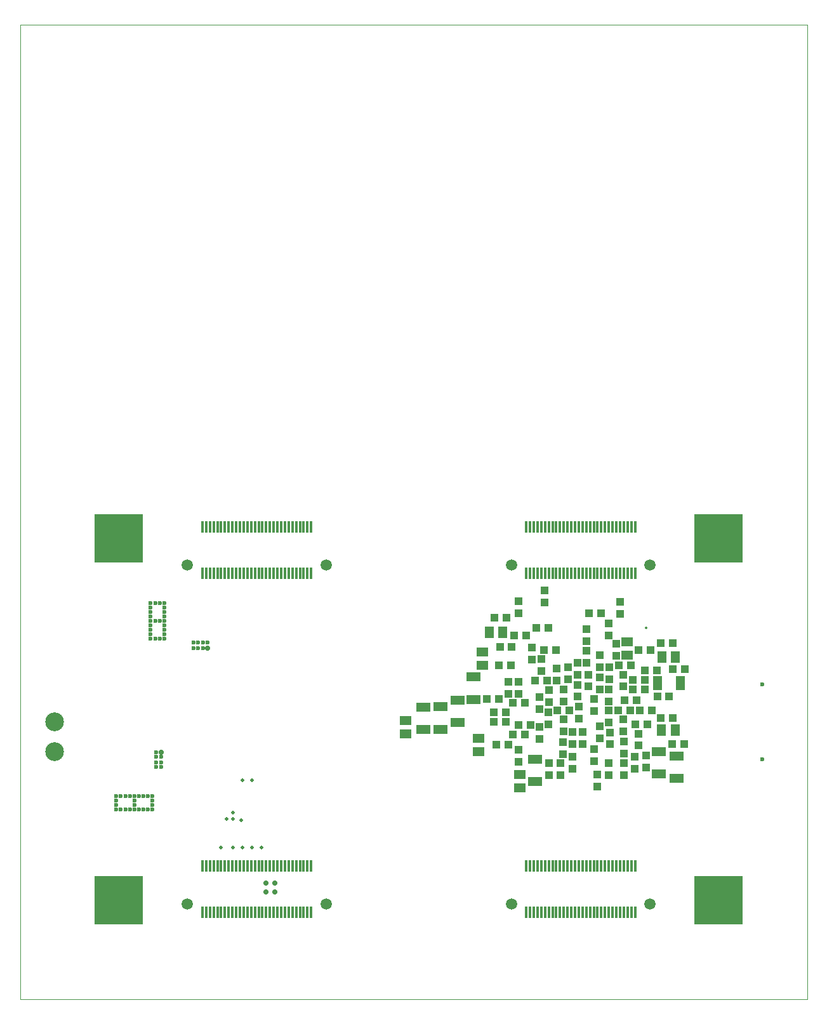
<source format=gbs>
G04 Layer_Color=16711935*
%FSLAX43Y43*%
%MOMM*%
G71*
G01*
G75*
%ADD10C,0.100*%
%ADD28C,0.500*%
%ADD47C,0.300*%
%ADD51C,0.600*%
%ADD95R,1.100X1.050*%
%ADD96R,1.050X1.100*%
%ADD103C,2.500*%
%ADD104C,1.516*%
%ADD105R,6.450X6.450*%
%ADD106C,0.700*%
%ADD107R,1.900X1.250*%
%ADD108R,1.550X1.250*%
%ADD109R,0.405X1.548*%
%ADD110R,1.250X1.550*%
%ADD111R,1.250X1.900*%
D10*
X95000Y-10000D02*
Y120000D01*
X-10000D02*
X95000D01*
X-10000Y-10000D02*
Y120000D01*
Y-10000D02*
X95000D01*
D28*
X18400Y10250D02*
D03*
X22200Y10225D02*
D03*
X20925Y10200D02*
D03*
X19675Y19200D02*
D03*
X20925Y19175D02*
D03*
X18395Y14905D02*
D03*
X16750Y10250D02*
D03*
X19675Y10225D02*
D03*
X68500Y21475D02*
D03*
X17525Y14025D02*
D03*
X18400D02*
D03*
X19500Y13875D02*
D03*
D47*
X73500Y39500D02*
X73500Y39500D01*
D51*
X88975Y22000D02*
D03*
Y32000D02*
D03*
X8150Y22900D02*
D03*
Y22300D02*
D03*
Y21000D02*
D03*
X8850D02*
D03*
Y22300D02*
D03*
Y21600D02*
D03*
X8150D02*
D03*
X7650Y16500D02*
D03*
Y15900D02*
D03*
Y17100D02*
D03*
X7050D02*
D03*
X6450D02*
D03*
X5850D02*
D03*
X5250D02*
D03*
X4650D02*
D03*
X4050D02*
D03*
X3450D02*
D03*
X2850D02*
D03*
X7650Y15300D02*
D03*
X7050D02*
D03*
X6450D02*
D03*
X5850D02*
D03*
X5250D02*
D03*
X4650D02*
D03*
X4050D02*
D03*
X3450D02*
D03*
X2850Y16500D02*
D03*
Y15900D02*
D03*
Y15300D02*
D03*
X5250Y16500D02*
D03*
Y15900D02*
D03*
X15025Y37550D02*
D03*
X14425D02*
D03*
X13125D02*
D03*
Y36850D02*
D03*
X14425D02*
D03*
X13725D02*
D03*
Y37550D02*
D03*
X8625Y38050D02*
D03*
X8025D02*
D03*
X9225D02*
D03*
Y38650D02*
D03*
Y39250D02*
D03*
Y39850D02*
D03*
Y40450D02*
D03*
Y41050D02*
D03*
Y41650D02*
D03*
Y42250D02*
D03*
Y42850D02*
D03*
X7425Y38050D02*
D03*
Y38650D02*
D03*
Y39250D02*
D03*
Y39850D02*
D03*
Y40450D02*
D03*
Y41050D02*
D03*
Y41650D02*
D03*
Y42250D02*
D03*
X8625Y42850D02*
D03*
X8025D02*
D03*
X7425D02*
D03*
X8625Y40450D02*
D03*
X8025D02*
D03*
D95*
X67350Y34250D02*
D03*
Y35850D02*
D03*
X73525Y22500D02*
D03*
Y20900D02*
D03*
X72525Y25425D02*
D03*
Y23825D02*
D03*
X69500Y35775D02*
D03*
Y37375D02*
D03*
X60000Y42950D02*
D03*
Y44550D02*
D03*
X70000Y43025D02*
D03*
Y41425D02*
D03*
X62100Y21475D02*
D03*
Y19875D02*
D03*
X63650Y22350D02*
D03*
Y20750D02*
D03*
X68500Y21475D02*
D03*
Y19875D02*
D03*
X67025Y19975D02*
D03*
Y18375D02*
D03*
X66575Y23350D02*
D03*
Y21750D02*
D03*
X60525Y21500D02*
D03*
Y19900D02*
D03*
X70525Y21500D02*
D03*
Y19900D02*
D03*
X68500Y38525D02*
D03*
Y40125D02*
D03*
X59550Y33750D02*
D03*
Y35350D02*
D03*
X58275Y35325D02*
D03*
Y36925D02*
D03*
X56475Y41500D02*
D03*
Y43100D02*
D03*
X65525Y37750D02*
D03*
Y39350D02*
D03*
X59300Y26300D02*
D03*
Y24700D02*
D03*
X59275Y28675D02*
D03*
Y30275D02*
D03*
X56500Y30700D02*
D03*
Y32300D02*
D03*
X56500Y23300D02*
D03*
Y21700D02*
D03*
X55175Y30700D02*
D03*
Y32300D02*
D03*
X67300Y31350D02*
D03*
Y32950D02*
D03*
X65800Y31700D02*
D03*
Y33300D02*
D03*
X70500Y31700D02*
D03*
Y33300D02*
D03*
X60525Y29600D02*
D03*
Y31200D02*
D03*
X66550Y28450D02*
D03*
Y30050D02*
D03*
X64375Y31950D02*
D03*
Y30350D02*
D03*
X62500Y29700D02*
D03*
Y31300D02*
D03*
X62425Y24275D02*
D03*
Y22675D02*
D03*
X68675Y25600D02*
D03*
Y24000D02*
D03*
X65050Y25675D02*
D03*
Y24075D02*
D03*
X68550Y26925D02*
D03*
Y28525D02*
D03*
X60475Y26700D02*
D03*
Y28300D02*
D03*
X70525Y24350D02*
D03*
Y22750D02*
D03*
X72000Y22300D02*
D03*
Y20700D02*
D03*
X64350Y33250D02*
D03*
Y34850D02*
D03*
X67300Y26375D02*
D03*
Y24775D02*
D03*
X70500Y27350D02*
D03*
Y25750D02*
D03*
X64575Y27425D02*
D03*
Y29025D02*
D03*
X63700Y25650D02*
D03*
Y24050D02*
D03*
X62500Y27300D02*
D03*
Y25700D02*
D03*
X65575Y34875D02*
D03*
Y36475D02*
D03*
X68500Y29700D02*
D03*
Y31300D02*
D03*
X68575Y32675D02*
D03*
Y34275D02*
D03*
X61575Y32500D02*
D03*
Y34100D02*
D03*
X63100Y32700D02*
D03*
Y34300D02*
D03*
D96*
X77025Y24000D02*
D03*
X78625D02*
D03*
X73350Y33825D02*
D03*
X74950D02*
D03*
X75475Y27525D02*
D03*
X77075D02*
D03*
X72500Y36525D02*
D03*
X74100D02*
D03*
X75000Y30400D02*
D03*
X76600D02*
D03*
X60500Y39500D02*
D03*
X58900D02*
D03*
X57475Y38500D02*
D03*
X55875D02*
D03*
X67500Y41500D02*
D03*
X65900D02*
D03*
X71750Y32550D02*
D03*
X73350D02*
D03*
X54000Y37000D02*
D03*
X55600D02*
D03*
X54875Y40850D02*
D03*
X53275D02*
D03*
X55500Y34500D02*
D03*
X53900D02*
D03*
X75500Y37525D02*
D03*
X77100D02*
D03*
X77100Y34000D02*
D03*
X78700D02*
D03*
X61500Y36525D02*
D03*
X59900D02*
D03*
X57300Y29500D02*
D03*
X55700D02*
D03*
X56525Y26575D02*
D03*
X58125D02*
D03*
X57300Y25325D02*
D03*
X55700D02*
D03*
X55100Y23950D02*
D03*
X53500D02*
D03*
X54800Y27000D02*
D03*
X53200D02*
D03*
X54825Y28300D02*
D03*
X53225D02*
D03*
X53900Y30025D02*
D03*
X52300D02*
D03*
X70650Y29875D02*
D03*
X72250D02*
D03*
X69775Y28525D02*
D03*
X71375D02*
D03*
X72675Y28500D02*
D03*
X74275D02*
D03*
X63300Y28500D02*
D03*
X61700D02*
D03*
X71725Y31325D02*
D03*
X73325D02*
D03*
X72050Y26650D02*
D03*
X73650D02*
D03*
X60300Y32500D02*
D03*
X58700D02*
D03*
X69900Y34525D02*
D03*
X71500D02*
D03*
D103*
X-5425Y22994D02*
D03*
Y26956D02*
D03*
D104*
X55544Y2666D02*
D03*
X74020D02*
D03*
X12340D02*
D03*
X30816D02*
D03*
X55544Y47886D02*
D03*
X74020D02*
D03*
X12340D02*
D03*
X30816D02*
D03*
D105*
X83185Y3175D02*
D03*
Y51435D02*
D03*
X3175D02*
D03*
Y3175D02*
D03*
D106*
X22772Y5535D02*
D03*
X23972D02*
D03*
Y4335D02*
D03*
X22772D02*
D03*
X8850Y22900D02*
D03*
X15025Y36850D02*
D03*
D107*
X43825Y28975D02*
D03*
Y25975D02*
D03*
X77550Y22425D02*
D03*
Y19425D02*
D03*
X58725Y22000D02*
D03*
Y19000D02*
D03*
X50500Y33000D02*
D03*
Y30000D02*
D03*
X75225Y23050D02*
D03*
Y20050D02*
D03*
X48400Y29900D02*
D03*
Y26900D02*
D03*
X46100Y29000D02*
D03*
Y26000D02*
D03*
D108*
X71000Y37675D02*
D03*
Y35875D02*
D03*
X51700Y34550D02*
D03*
Y36350D02*
D03*
X56650Y18200D02*
D03*
Y20000D02*
D03*
X41450Y25375D02*
D03*
Y27175D02*
D03*
X51200Y23000D02*
D03*
Y24800D02*
D03*
D109*
X58532Y1612D02*
D03*
Y7784D02*
D03*
X57532Y1612D02*
D03*
Y7784D02*
D03*
X58032Y1612D02*
D03*
Y7784D02*
D03*
X59032Y1612D02*
D03*
Y7784D02*
D03*
X59532Y1612D02*
D03*
Y7784D02*
D03*
X60032Y1612D02*
D03*
Y7784D02*
D03*
X60532Y1612D02*
D03*
Y7784D02*
D03*
X61032Y1612D02*
D03*
Y7784D02*
D03*
X61532Y1612D02*
D03*
Y7784D02*
D03*
X62032Y1612D02*
D03*
Y7784D02*
D03*
X62532Y1612D02*
D03*
Y7784D02*
D03*
X63032Y1612D02*
D03*
Y7784D02*
D03*
X63532Y1612D02*
D03*
Y7784D02*
D03*
X64032Y1612D02*
D03*
Y7784D02*
D03*
X64532Y1612D02*
D03*
Y7784D02*
D03*
X65032Y1612D02*
D03*
Y7784D02*
D03*
X65532D02*
D03*
X66032D02*
D03*
X66532Y1612D02*
D03*
Y7784D02*
D03*
X67032Y1612D02*
D03*
Y7784D02*
D03*
X67532Y1612D02*
D03*
Y7784D02*
D03*
X68032Y1612D02*
D03*
Y7784D02*
D03*
X68532Y1612D02*
D03*
Y7784D02*
D03*
X69032Y1612D02*
D03*
Y7784D02*
D03*
X69532Y1612D02*
D03*
Y7784D02*
D03*
X70032Y1612D02*
D03*
Y7784D02*
D03*
X70532D02*
D03*
X71032D02*
D03*
X71532D02*
D03*
X72032D02*
D03*
X71032Y1612D02*
D03*
X70532D02*
D03*
X66032D02*
D03*
X65532D02*
D03*
X72032D02*
D03*
X71532D02*
D03*
X15328D02*
D03*
Y7784D02*
D03*
X14328Y1612D02*
D03*
Y7784D02*
D03*
X14828Y1612D02*
D03*
Y7784D02*
D03*
X15828Y1612D02*
D03*
Y7784D02*
D03*
X16328Y1612D02*
D03*
Y7784D02*
D03*
X16828Y1612D02*
D03*
Y7784D02*
D03*
X17328Y1612D02*
D03*
Y7784D02*
D03*
X17828Y1612D02*
D03*
Y7784D02*
D03*
X18328Y1612D02*
D03*
Y7784D02*
D03*
X18828Y1612D02*
D03*
Y7784D02*
D03*
X19328Y1612D02*
D03*
Y7784D02*
D03*
X19828Y1612D02*
D03*
Y7784D02*
D03*
X20328Y1612D02*
D03*
Y7784D02*
D03*
X20828Y1612D02*
D03*
Y7784D02*
D03*
X21328Y1612D02*
D03*
Y7784D02*
D03*
X21828Y1612D02*
D03*
Y7784D02*
D03*
X22328D02*
D03*
X22828D02*
D03*
X23328Y1612D02*
D03*
Y7784D02*
D03*
X23828Y1612D02*
D03*
Y7784D02*
D03*
X24328Y1612D02*
D03*
Y7784D02*
D03*
X24828Y1612D02*
D03*
Y7784D02*
D03*
X25328Y1612D02*
D03*
Y7784D02*
D03*
X25828Y1612D02*
D03*
Y7784D02*
D03*
X26328Y1612D02*
D03*
Y7784D02*
D03*
X26828Y1612D02*
D03*
Y7784D02*
D03*
X27328D02*
D03*
X27828D02*
D03*
X28328D02*
D03*
X28828D02*
D03*
X27828Y1612D02*
D03*
X27328D02*
D03*
X22828D02*
D03*
X22328D02*
D03*
X28828D02*
D03*
X28328D02*
D03*
X58532Y46832D02*
D03*
Y53004D02*
D03*
X57532Y46832D02*
D03*
Y53004D02*
D03*
X58032Y46832D02*
D03*
Y53004D02*
D03*
X59032Y46832D02*
D03*
Y53004D02*
D03*
X59532Y46832D02*
D03*
Y53004D02*
D03*
X60032Y46832D02*
D03*
Y53004D02*
D03*
X60532Y46832D02*
D03*
Y53004D02*
D03*
X61032Y46832D02*
D03*
Y53004D02*
D03*
X61532Y46832D02*
D03*
Y53004D02*
D03*
X62032Y46832D02*
D03*
Y53004D02*
D03*
X62532Y46832D02*
D03*
Y53004D02*
D03*
X63032Y46832D02*
D03*
Y53004D02*
D03*
X63532Y46832D02*
D03*
Y53004D02*
D03*
X64032Y46832D02*
D03*
Y53004D02*
D03*
X64532Y46832D02*
D03*
Y53004D02*
D03*
X65032Y46832D02*
D03*
Y53004D02*
D03*
X65532D02*
D03*
X66032D02*
D03*
X66532Y46832D02*
D03*
Y53004D02*
D03*
X67032Y46832D02*
D03*
Y53004D02*
D03*
X67532Y46832D02*
D03*
Y53004D02*
D03*
X68032Y46832D02*
D03*
Y53004D02*
D03*
X68532Y46832D02*
D03*
Y53004D02*
D03*
X69032Y46832D02*
D03*
Y53004D02*
D03*
X69532Y46832D02*
D03*
Y53004D02*
D03*
X70032Y46832D02*
D03*
Y53004D02*
D03*
X70532D02*
D03*
X71032D02*
D03*
X71532D02*
D03*
X72032D02*
D03*
X71032Y46832D02*
D03*
X70532D02*
D03*
X66032D02*
D03*
X65532D02*
D03*
X72032D02*
D03*
X71532D02*
D03*
X15328D02*
D03*
Y53004D02*
D03*
X14328Y46832D02*
D03*
Y53004D02*
D03*
X14828Y46832D02*
D03*
Y53004D02*
D03*
X15828Y46832D02*
D03*
Y53004D02*
D03*
X16328Y46832D02*
D03*
Y53004D02*
D03*
X16828Y46832D02*
D03*
Y53004D02*
D03*
X17328Y46832D02*
D03*
Y53004D02*
D03*
X17828Y46832D02*
D03*
Y53004D02*
D03*
X18328Y46832D02*
D03*
Y53004D02*
D03*
X18828Y46832D02*
D03*
Y53004D02*
D03*
X19328Y46832D02*
D03*
Y53004D02*
D03*
X19828Y46832D02*
D03*
Y53004D02*
D03*
X20328Y46832D02*
D03*
Y53004D02*
D03*
X20828Y46832D02*
D03*
Y53004D02*
D03*
X21328Y46832D02*
D03*
Y53004D02*
D03*
X21828Y46832D02*
D03*
Y53004D02*
D03*
X22328D02*
D03*
X22828D02*
D03*
X23328Y46832D02*
D03*
Y53004D02*
D03*
X23828Y46832D02*
D03*
Y53004D02*
D03*
X24328Y46832D02*
D03*
Y53004D02*
D03*
X24828Y46832D02*
D03*
Y53004D02*
D03*
X25328Y46832D02*
D03*
Y53004D02*
D03*
X25828Y46832D02*
D03*
Y53004D02*
D03*
X26328Y46832D02*
D03*
Y53004D02*
D03*
X26828Y46832D02*
D03*
Y53004D02*
D03*
X27328D02*
D03*
X27828D02*
D03*
X28328D02*
D03*
X28828D02*
D03*
X27828Y46832D02*
D03*
X27328D02*
D03*
X22828D02*
D03*
X22328D02*
D03*
X28828D02*
D03*
X28328D02*
D03*
D110*
X77375Y25900D02*
D03*
X75575D02*
D03*
X52575Y38950D02*
D03*
X54375D02*
D03*
X77425Y35650D02*
D03*
X75625D02*
D03*
D111*
X75075Y32150D02*
D03*
X78075D02*
D03*
M02*

</source>
